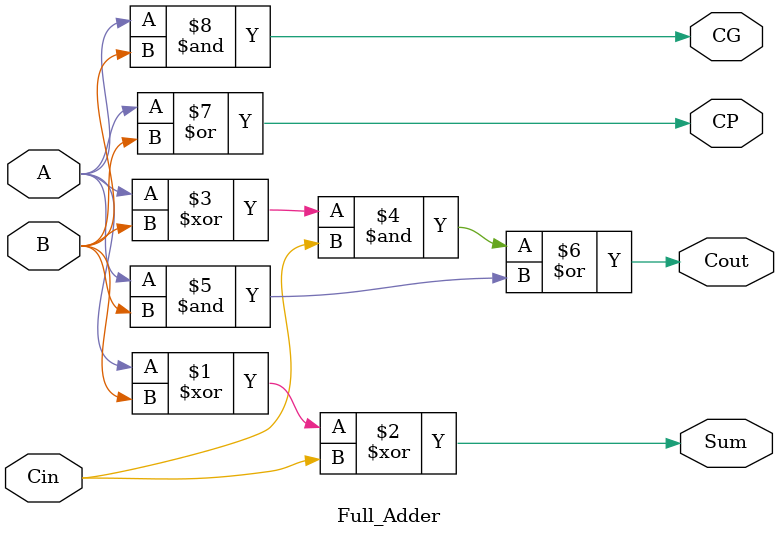
<source format=v>
`timescale 1ns / 1ps
module Full_Adder(
	input A, B, Cin,
	output Sum, Cout, CP, CG
	);
	assign #12 Sum = A ^ B ^ Cin;
	assign #15 Cout = ((A ^ B) & Cin) | (A & B);
	assign #2 CP = A | B;
	assign #3 CG = A & B;
endmodule
 
</source>
